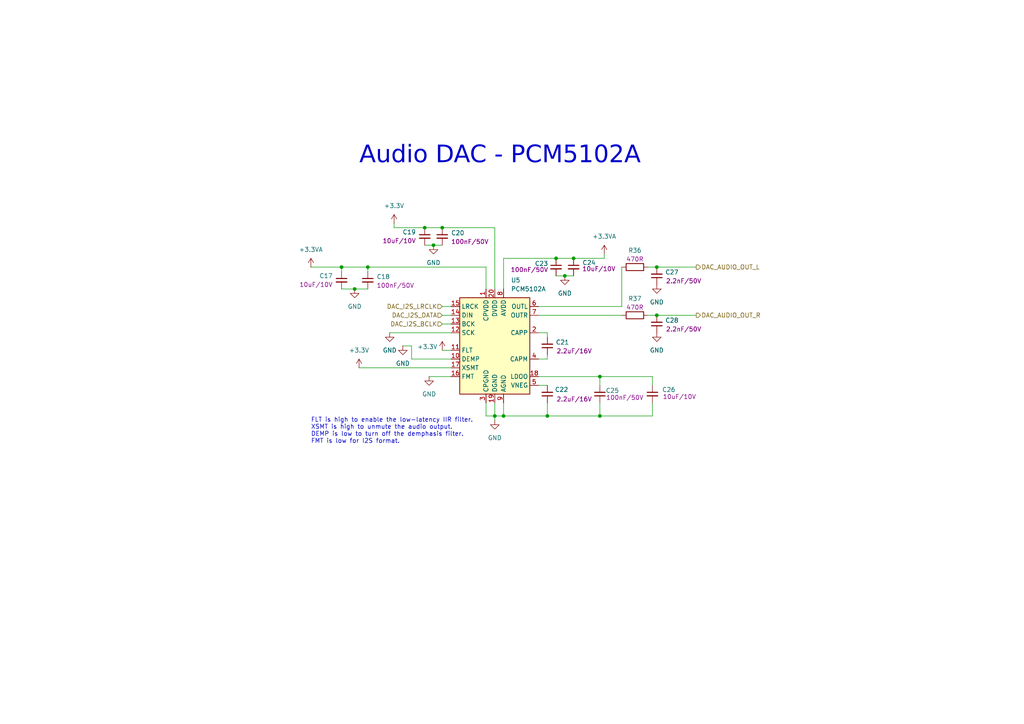
<source format=kicad_sch>
(kicad_sch (version 20250114) (generator "eeschema") (generator_version "9.0")
  (paper "A4")
  (lib_symbols
    (symbol "2.2uF_0603_16V_1" (pin_numbers (hide yes)) (pin_names (offset 0.254) (hide yes))
      (property "Reference" "C21" (at -6.35 -1.778 0))
      (property "Display" "2.2uF/16V" (at -12.954 0.762 0))
      (symbol "2.2uF_0603_16V_1_0_1"
        (polyline (pts (xy -1.524 0.508) (xy 1.524 0.508)) (stroke (width 0.3048)))
        (polyline (pts (xy -1.524 -0.508) (xy 1.524 -0.508)) (stroke (width 0.3302)))
      )
      (symbol "2.2uF_0603_16V_1_1_1"
        (pin passive line (at 0 2.54 270) (length 2.032) (name "~") (number "1"))
        (pin passive line (at 0 -2.54 90) (length 2.032) (name "~") (number "2"))
      )
    )
    (symbol "Lichen:100nF_0603_50V" (pin_numbers (hide yes)) (pin_names (offset 0.254) (hide yes))
      (property "Reference" "C20" (at 2.54 1.016 0))
      (property "Display" "100nF/50V" (at 2.54 -1.524 0))
      (symbol "100nF_0603_50V_0_1"
        (polyline (pts (xy -1.524 0.508) (xy 1.524 0.508)) (stroke (width 0.3048)))
        (polyline (pts (xy -1.524 -0.508) (xy 1.524 -0.508)) (stroke (width 0.3302)))
      )
      (symbol "100nF_0603_50V_1_1"
        (pin passive line (at 0 2.54 270) (length 2.032) (name "~") (number "1"))
        (pin passive line (at 0 -2.54 90) (length 2.032) (name "~") (number "2"))
      )
    )
    (symbol "Lichen:10uF_0603_10V" (pin_numbers (hide yes)) (pin_names (offset 0.254) (hide yes))
      (property "Reference" "C19" (at -2.54 1.27 0))
      (property "Display" "10uF/10V" (at -2.54 -1.27 0))
      (symbol "10uF_0603_10V_0_1"
        (polyline (pts (xy -1.524 0.508) (xy 1.524 0.508)) (stroke (width 0.3048)))
        (polyline (pts (xy -1.524 -0.508) (xy 1.524 -0.508)) (stroke (width 0.3302)))
      )
      (symbol "10uF_0603_10V_1_1"
        (pin passive line (at 0 2.54 270) (length 2.032) (name "~") (number "1"))
        (pin passive line (at 0 -2.54 90) (length 2.032) (name "~") (number "2"))
      )
    )
    (symbol "Lichen:2.2nF_0603_50V" (pin_numbers (hide yes)) (pin_names (offset 0.254) (hide yes))
      (property "Reference" "C27" (at -6.35 -1.778 0))
      (property "Display" "2.2nF/50V" (at -12.954 0.762 0))
      (symbol "2.2nF_0603_50V_0_1"
        (polyline (pts (xy -1.524 0.508) (xy 1.524 0.508)) (stroke (width 0.3048)))
        (polyline (pts (xy -1.524 -0.508) (xy 1.524 -0.508)) (stroke (width 0.3302)))
      )
      (symbol "2.2nF_0603_50V_1_1"
        (pin passive line (at 0 2.54 270) (length 2.032) (name "~") (number "1"))
        (pin passive line (at 0 -2.54 90) (length 2.032) (name "~") (number "2"))
      )
    )
    (symbol "Lichen:2.2uF_0603_16V" (pin_numbers (hide yes)) (pin_names (offset 0.254) (hide yes))
      (property "Reference" "C21" (at -6.35 -1.778 0))
      (property "Display" "2.2uF/16V" (at -12.954 0.762 0))
      (symbol "2.2uF_0603_16V_0_1"
        (polyline (pts (xy -1.524 0.508) (xy 1.524 0.508)) (stroke (width 0.3048)))
        (polyline (pts (xy -1.524 -0.508) (xy 1.524 -0.508)) (stroke (width 0.3302)))
      )
      (symbol "2.2uF_0603_16V_1_1"
        (pin passive line (at 0 2.54 270) (length 2.032) (name "~") (number "1"))
        (pin passive line (at 0 -2.54 90) (length 2.032) (name "~") (number "2"))
      )
    )
    (symbol "Lichen:820R_0603" (pin_numbers (hide yes)) (pin_names (offset 0))
      (property "Reference" "R5" (at 6.35 0 90))
      (property "Display" "820R" (at 3.81 0 90))
      (symbol "820R_0603_0_1"
        (rectangle (start -1.016 -2.54) (end 1.016 2.54) (stroke (width 0.254)))
      )
      (symbol "820R_0603_1_1"
        (pin passive line (at 0 3.81 270) (length 1.27) (name "~") (number "1"))
        (pin passive line (at 0 -3.81 90) (length 1.27) (name "~") (number "2"))
      )
    )
    (symbol "Lichen:PCM5102A"
      (property "Reference" "U5" (at 4.6833 17.78 0))
      (property "Value" "PCM5102A" (at 4.6833 15.24 0))
      (symbol "PCM5102A_0_1"
        (rectangle (start -10.16 12.7) (end 10.16 -15.24) (stroke (width 0.254)) (fill (type background)))
      )
      (symbol "PCM5102A_1_1"
        (pin input line (at -12.7 10.16 0) (length 2.54) (name "LRCK") (number "15"))
        (pin input line (at -12.7 7.62 0) (length 2.54) (name "DIN") (number "14"))
        (pin input line (at -12.7 5.08 0) (length 2.54) (name "BCK") (number "13"))
        (pin input line (at -12.7 2.54 0) (length 2.54) (name "SCK") (number "12"))
        (pin input line (at -12.7 -2.54 0) (length 2.54) (name "FLT") (number "11"))
        (pin input line (at -12.7 -5.08 0) (length 2.54) (name "DEMP") (number "10"))
        (pin input line (at -12.7 -7.62 0) (length 2.54) (name "XSMT") (number "17"))
        (pin input line (at -12.7 -10.16 0) (length 2.54) (name "FMT") (number "16"))
        (pin passive line (at -2.54 15.24 270) (length 2.54) (name "CPVDD") (number "1"))
        (pin power_in line (at -2.54 -17.78 90) (length 2.54) (name "CPGND") (number "3"))
        (pin power_in line (at 0 15.24 270) (length 2.54) (name "DVDD") (number "20"))
        (pin power_in line (at 0 -17.78 90) (length 2.54) (name "DGND") (number "19"))
        (pin power_in line (at 2.54 15.24 270) (length 2.54) (name "AVDD") (number "8"))
        (pin power_in line (at 2.54 -17.78 90) (length 2.54) (name "AGND") (number "9"))
        (pin output line (at 12.7 10.16 180) (length 2.54) (name "OUTL") (number "6"))
        (pin output line (at 12.7 7.62 180) (length 2.54) (name "OUTR") (number "7"))
        (pin passive line (at 12.7 2.54 180) (length 2.54) (name "CAPP") (number "2"))
        (pin passive line (at 12.7 -5.08 180) (length 2.54) (name "CAPM") (number "4"))
        (pin passive line (at 12.7 -10.16 180) (length 2.54) (name "LDOO") (number "18"))
        (pin passive line (at 12.7 -12.7 180) (length 2.54) (name "VNEG") (number "5"))
      )
    )
    (symbol "power:+3.3V" (power) (pin_numbers (hide yes)) (pin_names (offset 0) (hide yes))
      (property "Value" "+3.3V" (at 0 3.556 0))
      (symbol "+3.3V_0_1"
        (polyline (pts (xy -0.762 1.27) (xy 0 2.54)))
        (polyline (pts (xy 0 2.54) (xy 0.762 1.27)))
        (polyline (pts (xy 0 0) (xy 0 2.54)))
      )
      (symbol "+3.3V_1_1"
        (pin power_in line (at 0 0 90) (length 0) (name "~") (number "1"))
      )
    )
    (symbol "power:+3.3VA" (power) (pin_numbers (hide yes)) (pin_names (offset 0) (hide yes))
      (property "Value" "+3.3VA" (at 0 3.556 0))
      (symbol "+3.3VA_0_1"
        (polyline (pts (xy -0.762 1.27) (xy 0 2.54)))
        (polyline (pts (xy 0 2.54) (xy 0.762 1.27)))
        (polyline (pts (xy 0 0) (xy 0 2.54)))
      )
      (symbol "+3.3VA_1_1"
        (pin power_in line (at 0 0 90) (length 0) (name "~") (number "1"))
      )
    )
    (symbol "power:GND" (power) (pin_numbers (hide yes)) (pin_names (offset 0) (hide yes))
      (property "Value" "GND" (at 0 -3.81 0))
      (symbol "GND_0_1"
        (polyline (pts (xy 0 0) (xy 0 -1.27) (xy 1.27 -1.27) (xy 0 -2.54) (xy -1.27 -1.27) (xy 0 -1.27)))
      )
      (symbol "GND_1_1"
        (pin power_in line (at 0 0 270) (length 0) (name "~") (number "1"))
      )
    )
  )
  (text "FLT is high to enable the low-latency IIR filter.\nXSMT is high to unmute the audio output.\nDEMP is low to turn off the demphasis filter.\nFMT is low for I2S format." (at 90.17 124.968 0) (effects (font (size 1.27 1.27)) (justify left)))
  (text "Audio DAC - PCM5102A" (at 145.034 46.482 0) (effects (font (size 5 5))))
  (junction (at 173.99 109.22))
  (junction (at 106.68 77.47))
  (junction (at 158.75 120.65))
  (junction (at 161.29 74.93))
  (junction (at 146.05 120.65))
  (junction (at 102.87 83.82))
  (junction (at 128.27 66.04))
  (junction (at 125.73 71.12))
  (junction (at 123.19 66.04))
  (junction (at 143.51 120.65))
  (junction (at 99.06 77.47))
  (junction (at 190.5 77.47))
  (junction (at 166.37 74.93))
  (junction (at 163.83 80.01))
  (junction (at 190.5 91.44))
  (junction (at 173.99 120.65))
  (wire (pts (xy 119.38 100.33) (xy 119.38 104.14)))
  (wire (pts (xy 158.75 111.76) (xy 156.21 111.76)))
  (wire (pts (xy 114.3 64.77) (xy 114.3 66.04)))
  (wire (pts (xy 106.68 77.47) (xy 99.06 77.47)))
  (wire (pts (xy 123.19 71.12) (xy 125.73 71.12)))
  (wire (pts (xy 146.05 74.93) (xy 146.05 83.82)))
  (wire (pts (xy 123.19 66.04) (xy 128.27 66.04)))
  (wire (pts (xy 119.38 104.14) (xy 130.81 104.14)))
  (wire (pts (xy 143.51 116.84) (xy 143.51 120.65)))
  (wire (pts (xy 146.05 74.93) (xy 161.29 74.93)))
  (wire (pts (xy 175.26 74.93) (xy 166.37 74.93)))
  (wire (pts (xy 128.27 101.6) (xy 130.81 101.6)))
  (wire (pts (xy 128.27 88.9) (xy 130.81 88.9)))
  (wire (pts (xy 156.21 91.44) (xy 180.34 91.44)))
  (wire (pts (xy 156.21 109.22) (xy 173.99 109.22)))
  (wire (pts (xy 163.83 80.01) (xy 166.37 80.01)))
  (wire (pts (xy 116.84 100.33) (xy 119.38 100.33)))
  (wire (pts (xy 180.34 77.47) (xy 180.34 88.9)))
  (wire (pts (xy 161.29 80.01) (xy 163.83 80.01)))
  (wire (pts (xy 128.27 91.44) (xy 130.81 91.44)))
  (wire (pts (xy 140.97 77.47) (xy 106.68 77.47)))
  (wire (pts (xy 158.75 104.14) (xy 156.21 104.14)))
  (wire (pts (xy 190.5 91.44) (xy 201.93 91.44)))
  (wire (pts (xy 180.34 88.9) (xy 156.21 88.9)))
  (wire (pts (xy 102.87 83.82) (xy 106.68 83.82)))
  (wire (pts (xy 158.75 120.65) (xy 173.99 120.65)))
  (wire (pts (xy 158.75 96.52) (xy 158.75 97.79)))
  (wire (pts (xy 140.97 116.84) (xy 140.97 120.65)))
  (wire (pts (xy 128.27 66.04) (xy 143.51 66.04)))
  (wire (pts (xy 146.05 116.84) (xy 146.05 120.65)))
  (wire (pts (xy 173.99 109.22) (xy 189.23 109.22)))
  (wire (pts (xy 106.68 78.74) (xy 106.68 77.47)))
  (wire (pts (xy 124.46 109.22) (xy 130.81 109.22)))
  (wire (pts (xy 143.51 66.04) (xy 143.51 83.82)))
  (wire (pts (xy 187.96 77.47) (xy 190.5 77.47)))
  (wire (pts (xy 90.17 77.47) (xy 99.06 77.47)))
  (wire (pts (xy 146.05 120.65) (xy 158.75 120.65)))
  (wire (pts (xy 158.75 116.84) (xy 158.75 120.65)))
  (wire (pts (xy 189.23 109.22) (xy 189.23 111.76)))
  (wire (pts (xy 113.03 96.52) (xy 130.81 96.52)))
  (wire (pts (xy 114.3 66.04) (xy 123.19 66.04)))
  (wire (pts (xy 190.5 77.47) (xy 201.93 77.47)))
  (wire (pts (xy 128.27 93.98) (xy 130.81 93.98)))
  (wire (pts (xy 99.06 77.47) (xy 99.06 78.74)))
  (wire (pts (xy 156.21 96.52) (xy 158.75 96.52)))
  (wire (pts (xy 125.73 71.12) (xy 128.27 71.12)))
  (wire (pts (xy 140.97 120.65) (xy 143.51 120.65)))
  (wire (pts (xy 187.96 91.44) (xy 190.5 91.44)))
  (wire (pts (xy 104.14 106.68) (xy 130.81 106.68)))
  (wire (pts (xy 158.75 102.87) (xy 158.75 104.14)))
  (wire (pts (xy 102.87 83.82) (xy 99.06 83.82)))
  (wire (pts (xy 146.05 120.65) (xy 143.51 120.65)))
  (wire (pts (xy 173.99 120.65) (xy 189.23 120.65)))
  (wire (pts (xy 173.99 109.22) (xy 173.99 111.76)))
  (wire (pts (xy 161.29 74.93) (xy 166.37 74.93)))
  (wire (pts (xy 143.51 121.92) (xy 143.51 120.65)))
  (wire (pts (xy 140.97 83.82) (xy 140.97 77.47)))
  (wire (pts (xy 189.23 116.84) (xy 189.23 120.65)))
  (wire (pts (xy 175.26 73.66) (xy 175.26 74.93)))
  (wire (pts (xy 173.99 116.84) (xy 173.99 120.65)))
  (hierarchical_label "DAC_I2S_DATA" (shape input) (at 128.27 91.44 180))
  (hierarchical_label "DAC_AUDIO_OUT_L" (shape output) (at 201.93 77.47 0))
  (hierarchical_label "DAC_I2S_LRCLK" (shape input) (at 128.27 88.9 180))
  (hierarchical_label "DAC_I2S_BCLK" (shape input) (at 128.27 93.98 180))
  (hierarchical_label "DAC_AUDIO_OUT_R" (shape output) (at 201.93 91.44 0))
  (symbol (lib_id "Lichen:PCM5102A") (at 143.51 99.06 0) (unit 1)
    (property "Reference" "U5" (at 148.1933 81.28 0) (effects (justify left)))
    (property "Value" "PCM5102A" (at 148.1933 83.82 0) (effects (justify left)))
    (property "Footprint" "Package_SO:TSSOP-20_4.4x6.5mm_P0.65mm" (effects (hide yes)))
    (property "Datasheet" "https://www.ti.com/lit/ds/symlink/pcm5102a.pdf" (effects (hide yes)))
    (property "Description" "2.1 VRMS, 112dB Audio Stereo DAC with PLL and 32-bit, 384kHz PCM Interface, TSSOP-20" (effects (hide yes)))
    (property "Manufacturer" "Texas Instruments" (effects (hide yes)))
    (property "Part Number" "PCM5102APWR" (effects (hide yes)))
    (property "LCSC" "C107671" (effects (hide yes)))
  )
  (symbol (lib_id "Lichen:10uF_0603_10V") (at 166.37 77.47 0) (unit 1)
    (property "Reference" "C24" (at 168.91 76.2 0) (effects (justify left)))
    (property "Value" "10uF_0603_25V" (effects (hide yes)))
    (property "Footprint" "PCM_4ms_Capacitor:C_0603" (effects (hide yes)))
    (property "Description" "10V 10uF X5R ±10% 0603 MLCC" (effects (hide yes)))
    (property "Specifications" "10V 10uF X5R ±10% 0603 MLCC" (effects (hide yes)))
    (property "Manufacturer" "Samsung Electro-Mechanics" (effects (hide yes)))
    (property "Part Number" "CL10A106KP8NNNC" (effects (hide yes)))
    (property "Display" "10uF/10V" (at 178.562 77.978 0) (effects (justify right)))
    (property "LCSC" "C19702" (effects (hide yes)))
  )
  (symbol (lib_id "power:GND") (at 124.46 109.22 0) (unit 1)
    (property "Reference" "#PWR078" (effects (hide yes)))
    (property "Value" "GND" (at 124.46 114.3 0))
    (property "Description" "Power symbol creates a global label with name \"GND\" , ground" (effects (hide yes)))
  )
  (symbol (lib_id "power:GND") (at 190.5 96.52 0) (unit 1)
    (property "Reference" "#PWR085" (effects (hide yes)))
    (property "Value" "GND" (at 190.5 101.6 0))
    (property "Description" "Power symbol creates a global label with name \"GND\" , ground" (effects (hide yes)))
  )
  (symbol (lib_id "Lichen:820R_0603") (at 184.15 91.44 270) (unit 1)
    (property "Reference" "R37" (at 184.15 86.614 90))
    (property "Value" "470R_0603" (effects (hide yes)))
    (property "Footprint" "PCM_4ms_Resistor:R_0603" (effects (hide yes)))
    (property "Description" "470R, 1%, 1/10W, 0603" (effects (hide yes)))
    (property "Specifications" "470R, 1%, 1/10W, 0603" (effects (hide yes)))
    (property "Manufacturer" "UNI-ROYAL" (effects (hide yes)))
    (property "Part Number" "0603WAF4700T5E" (effects (hide yes)))
    (property "Display" "470R" (at 184.15 89.154 90))
    (property "LCSC" "C23179" (effects (hide yes)))
  )
  (symbol (lib_id "power:GND") (at 125.73 71.12 0) (unit 1)
    (property "Reference" "#PWR079" (effects (hide yes)))
    (property "Value" "GND" (at 125.73 76.2 0))
    (property "Description" "Power symbol creates a global label with name \"GND\" , ground" (effects (hide yes)))
  )
  (symbol (lib_id "power:GND") (at 113.03 96.52 0) (unit 1)
    (property "Reference" "#PWR075" (effects (hide yes)))
    (property "Value" "GND" (at 113.03 101.6 0))
    (property "Description" "Power symbol creates a global label with name \"GND\" , ground" (effects (hide yes)))
  )
  (symbol (lib_id "Lichen:2.2nF_0603_50V") (at 190.5 80.01 180) (unit 1)
    (property "Reference" "C27" (at 196.85 78.232 0) (effects (justify left bottom)))
    (property "Value" "2.2nF_0603_50V" (effects (hide yes)))
    (property "Footprint" "PCM_4ms_Capacitor:C_0603" (effects (hide yes)))
    (property "Description" "2.2nF 50V X7R ±10% 0603 MLCC" (effects (hide yes)))
    (property "Manufacturer" "FH (Guangdong Fenghua Advanced Tech)" (effects (hide yes)))
    (property "Part Number" "0603B222K500NT" (effects (hide yes)))
    (property "Display" "2.2nF/50V" (at 203.454 80.772 0) (effects (justify left bottom)))
    (property "LCSC" "C1604" (effects (hide yes)))
  )
  (symbol (lib_id "Lichen:100nF_0603_50V") (at 128.27 68.58 0) (unit 1)
    (property "Reference" "C20" (at 130.81 67.564 0) (effects (justify left)))
    (property "Value" "100nF_0603_50V" (effects (hide yes)))
    (property "Footprint" "PCM_4ms_Capacitor:C_0603" (effects (hide yes)))
    (property "Description" "50V 100nF X7R ±10% 0603 MLCC" (effects (hide yes)))
    (property "Manufacturer" "YAGEO" (effects (hide yes)))
    (property "Part Number" "CC0603KRX7R9BB104 " (effects (hide yes)))
    (property "Display" "100nF/50V" (at 130.81 70.104 0) (effects (justify left)))
    (property "LCSC" "C14663" (effects (hide yes)))
  )
  (symbol (lib_id "Lichen:2.2nF_0603_50V") (at 190.5 93.98 180) (unit 1)
    (property "Reference" "C28" (at 196.85 92.202 0) (effects (justify left bottom)))
    (property "Value" "2.2nF_0603_16V" (effects (hide yes)))
    (property "Footprint" "PCM_4ms_Capacitor:C_0603" (effects (hide yes)))
    (property "Description" "2.2nF 50V X7R ±10% 0603 MLCC" (effects (hide yes)))
    (property "Specifications" "16V 2.2nF X7R 0603 MLCC" (effects (hide yes)))
    (property "Manufacturer" "FH (Guangdong Fenghua Advanced Tech)" (effects (hide yes)))
    (property "Part Number" "0603B222K500NT" (effects (hide yes)))
    (property "Display" "2.2nF/50V" (at 203.454 94.742 0) (effects (justify left bottom)))
    (property "LCSC" "C1604" (effects (hide yes)))
  )
  (symbol (lib_id "power:+3.3VA") (at 90.17 77.47 0) (unit 1)
    (property "Reference" "#PWR072" (effects (hide yes)))
    (property "Value" "+3.3VA" (at 90.17 72.39 0))
    (property "Description" "Power symbol creates a global label with name \"+3.3VA\"" (effects (hide yes)))
  )
  (symbol (lib_id "power:GND") (at 143.51 121.92 0) (unit 1)
    (property "Reference" "#PWR081" (effects (hide yes)))
    (property "Value" "GND" (at 143.51 127 0))
    (property "Description" "Power symbol creates a global label with name \"GND\" , ground" (effects (hide yes)))
  )
  (symbol (lib_id "power:+3.3V") (at 104.14 106.68 0) (unit 1)
    (property "Reference" "#PWR074" (effects (hide yes)))
    (property "Value" "+3.3V" (at 104.14 101.6 0))
    (property "Description" "Power symbol creates a global label with name \"+3.3V\"" (effects (hide yes)))
  )
  (symbol (lib_id "Lichen:2.2uF_0603_16V") (at 158.75 114.3 180) (unit 1)
    (property "Reference" "C22" (at 164.846 112.268 0) (effects (justify left bottom)))
    (property "Value" "2.2nF_0603_16V" (effects (hide yes)))
    (property "Footprint" "PCM_4ms_Capacitor:C_0603" (effects (hide yes)))
    (property "Description" "16V 2.2uF X5R ±10% 0603 MLCC" (effects (hide yes)))
    (property "Specifications" "25V 2.2uF X5R ±10% 0603 MLCC" (effects (hide yes)))
    (property "Manufacturer" "Samsung Electro-Mechanics" (effects (hide yes)))
    (property "Part Number" "CL10A225KO8NNNC" (effects (hide yes)))
    (property "Display" "2.2uF/16V" (at 171.704 115.062 0) (effects (justify left bottom)))
    (property "LCSC" "C23630" (effects (hide yes)))
  )
  (symbol (lib_id "Lichen:10uF_0603_10V") (at 123.19 68.58 0) (unit 1)
    (property "Reference" "C19" (at 120.65 67.31 0) (effects (justify right)))
    (property "Value" "10uF_0603_10V" (effects (hide yes)))
    (property "Footprint" "PCM_4ms_Capacitor:C_0603" (effects (hide yes)))
    (property "Description" "10V 10uF X5R ±10% 0603 MLCC" (effects (hide yes)))
    (property "Specifications" "10V 10uF X5R ±10% 0603 MLCC" (effects (hide yes)))
    (property "Manufacturer" "Samsung Electro-Mechanics" (effects (hide yes)))
    (property "Part Number" "CL10A106KP8NNNC" (effects (hide yes)))
    (property "Display" "10uF/10V" (at 120.65 69.85 0) (effects (justify right)))
    (property "LCSC" "C19702" (effects (hide yes)))
  )
  (symbol (lib_id "power:+3.3V") (at 114.3 64.77 0) (unit 1)
    (property "Reference" "#PWR076" (effects (hide yes)))
    (property "Value" "+3.3V" (at 114.3 59.69 0))
    (property "Description" "Power symbol creates a global label with name \"+3.3V\"" (effects (hide yes)))
  )
  (symbol (lib_name "2.2uF_0603_16V_1") (lib_id "Lichen:2.2uF_0603_16V") (at 158.75 100.33 180) (unit 1)
    (property "Reference" "C21" (at 165.1 98.552 0) (effects (justify left bottom)))
    (property "Value" "2.2uF_0603_16V" (effects (hide yes)))
    (property "Footprint" "PCM_4ms_Capacitor:C_0603" (effects (hide yes)))
    (property "Description" "16V 2.2uF X5R ±10% 0603 MLCC" (effects (hide yes)))
    (property "Manufacturer" "Samsung Electro-Mechanics" (effects (hide yes)))
    (property "Part Number" "CL10A225KO8NNNC" (effects (hide yes)))
    (property "Display" "2.2uF/16V" (at 171.704 101.092 0) (effects (justify left bottom)))
    (property "LCSC" "C23630" (effects (hide yes)))
  )
  (symbol (lib_id "Lichen:100nF_0603_50V") (at 173.99 114.3 180) (unit 1)
    (property "Reference" "C25" (at 179.578 113.284 0) (effects (justify left)))
    (property "Value" "100nF_0603_16V" (effects (hide yes)))
    (property "Footprint" "PCM_4ms_Capacitor:C_0603" (effects (hide yes)))
    (property "Description" "50V 100nF X7R ±10% 0603 MLCC" (effects (hide yes)))
    (property "Specifications" "50V 100nF X7R ±10% 0603 MLCC" (effects (hide yes)))
    (property "Manufacturer" "YAGEO" (effects (hide yes)))
    (property "Part Number" "CC0603KRX7R9BB104 " (effects (hide yes)))
    (property "Display" "100nF/50V" (at 186.69 115.316 0) (effects (justify left)))
    (property "LCSC" "C14663" (effects (hide yes)))
  )
  (symbol (lib_id "Lichen:10uF_0603_10V") (at 99.06 81.28 0) (unit 1)
    (property "Reference" "C17" (at 96.52 80.01 0) (effects (justify right)))
    (property "Value" "10uF_0603_25V" (effects (hide yes)))
    (property "Footprint" "PCM_4ms_Capacitor:C_0603" (effects (hide yes)))
    (property "Description" "10V 10uF X5R ±10% 0603 MLCC" (effects (hide yes)))
    (property "Specifications" "10V 10uF X5R ±10% 0603 MLCC" (effects (hide yes)))
    (property "Manufacturer" "Samsung Electro-Mechanics" (effects (hide yes)))
    (property "Part Number" "CL10A106KP8NNNC" (effects (hide yes)))
    (property "Display" "10uF/10V" (at 96.52 82.55 0) (effects (justify right)))
    (property "LCSC" "C19702" (effects (hide yes)))
  )
  (symbol (lib_id "power:+3.3V") (at 128.27 101.6 0) (unit 1)
    (property "Reference" "#PWR080" (effects (hide yes)))
    (property "Value" "+3.3V" (at 123.952 100.584 0))
    (property "Description" "Power symbol creates a global label with name \"+3.3V\"" (effects (hide yes)))
  )
  (symbol (lib_id "Lichen:100nF_0603_50V") (at 161.29 77.47 0) (unit 1)
    (property "Reference" "C23" (at 159.004 76.454 0) (effects (justify right)))
    (property "Value" "100nF_0603_16V" (effects (hide yes)))
    (property "Footprint" "PCM_4ms_Capacitor:C_0603" (effects (hide yes)))
    (property "Description" "50V 100nF X7R ±10% 0603 MLCC" (effects (hide yes)))
    (property "Specifications" "50V 100nF X7R ±10% 0603 MLCC" (effects (hide yes)))
    (property "Manufacturer" "YAGEO" (effects (hide yes)))
    (property "Part Number" "CC0603KRX7R9BB104 " (effects (hide yes)))
    (property "Display" "100nF/50V" (at 148.082 78.232 0) (effects (justify left)))
    (property "LCSC" "C14663" (effects (hide yes)))
  )
  (symbol (lib_id "Lichen:100nF_0603_50V") (at 106.68 81.28 0) (unit 1)
    (property "Reference" "C18" (at 109.22 80.264 0) (effects (justify left)))
    (property "Value" "100nF_0603_16V" (effects (hide yes)))
    (property "Footprint" "PCM_4ms_Capacitor:C_0603" (effects (hide yes)))
    (property "Description" "50V 100nF X7R ±10% 0603 MLCC" (effects (hide yes)))
    (property "Specifications" "50V 100nF X7R ±10% 0603 MLCC" (effects (hide yes)))
    (property "Manufacturer" "YAGEO" (effects (hide yes)))
    (property "Part Number" "CC0603KRX7R9BB104 " (effects (hide yes)))
    (property "Display" "100nF/50V" (at 109.22 82.804 0) (effects (justify left)))
    (property "LCSC" "C14663" (effects (hide yes)))
  )
  (symbol (lib_id "power:GND") (at 163.83 80.01 0) (unit 1)
    (property "Reference" "#PWR082" (effects (hide yes)))
    (property "Value" "GND" (at 163.83 85.09 0))
    (property "Description" "Power symbol creates a global label with name \"GND\" , ground" (effects (hide yes)))
  )
  (symbol (lib_id "power:GND") (at 190.5 82.55 0) (unit 1)
    (property "Reference" "#PWR084" (effects (hide yes)))
    (property "Value" "GND" (at 190.5 87.63 0))
    (property "Description" "Power symbol creates a global label with name \"GND\" , ground" (effects (hide yes)))
  )
  (symbol (lib_id "Lichen:820R_0603") (at 184.15 77.47 270) (unit 1)
    (property "Reference" "R36" (at 184.15 72.644 90))
    (property "Value" "470R_0603" (effects (hide yes)))
    (property "Footprint" "PCM_4ms_Resistor:R_0603" (effects (hide yes)))
    (property "Description" "470R, 1%, 1/10W, 0603" (effects (hide yes)))
    (property "Specifications" "470R, 1%, 1/10W, 0603" (effects (hide yes)))
    (property "Manufacturer" "UNI-ROYAL" (effects (hide yes)))
    (property "Part Number" "0603WAF4700T5E" (effects (hide yes)))
    (property "Display" "470R" (at 184.15 75.184 90))
    (property "LCSC" "C23179" (effects (hide yes)))
  )
  (symbol (lib_id "Lichen:10uF_0603_10V") (at 189.23 114.3 0) (unit 1)
    (property "Reference" "C26" (at 192.024 113.03 0) (effects (justify left)))
    (property "Value" "10uF_0603_25V" (effects (hide yes)))
    (property "Footprint" "PCM_4ms_Capacitor:C_0603" (effects (hide yes)))
    (property "Description" "10V 10uF X5R ±10% 0603 MLCC" (effects (hide yes)))
    (property "Specifications" "10V 10uF X5R ±10% 0603 MLCC" (effects (hide yes)))
    (property "Manufacturer" "Samsung Electro-Mechanics" (effects (hide yes)))
    (property "Part Number" "CL10A106KP8NNNC" (effects (hide yes)))
    (property "Display" "10uF/10V" (at 201.93 115.062 0) (effects (justify right)))
    (property "LCSC" "C19702" (effects (hide yes)))
  )
  (symbol (lib_id "power:GND") (at 116.84 100.33 0) (unit 1)
    (property "Reference" "#PWR077" (effects (hide yes)))
    (property "Value" "GND" (at 116.84 105.41 0))
    (property "Description" "Power symbol creates a global label with name \"GND\" , ground" (effects (hide yes)))
  )
  (symbol (lib_id "power:+3.3VA") (at 175.26 73.66 0) (unit 1)
    (property "Reference" "#PWR083" (effects (hide yes)))
    (property "Value" "+3.3VA" (at 175.26 68.58 0))
    (property "Description" "Power symbol creates a global label with name \"+3.3VA\"" (effects (hide yes)))
  )
  (symbol (lib_id "power:GND") (at 102.87 83.82 0) (unit 1)
    (property "Reference" "#PWR073" (effects (hide yes)))
    (property "Value" "GND" (at 102.87 88.9 0))
    (property "Description" "Power symbol creates a global label with name \"GND\" , ground" (effects (hide yes)))
  )
)
</source>
